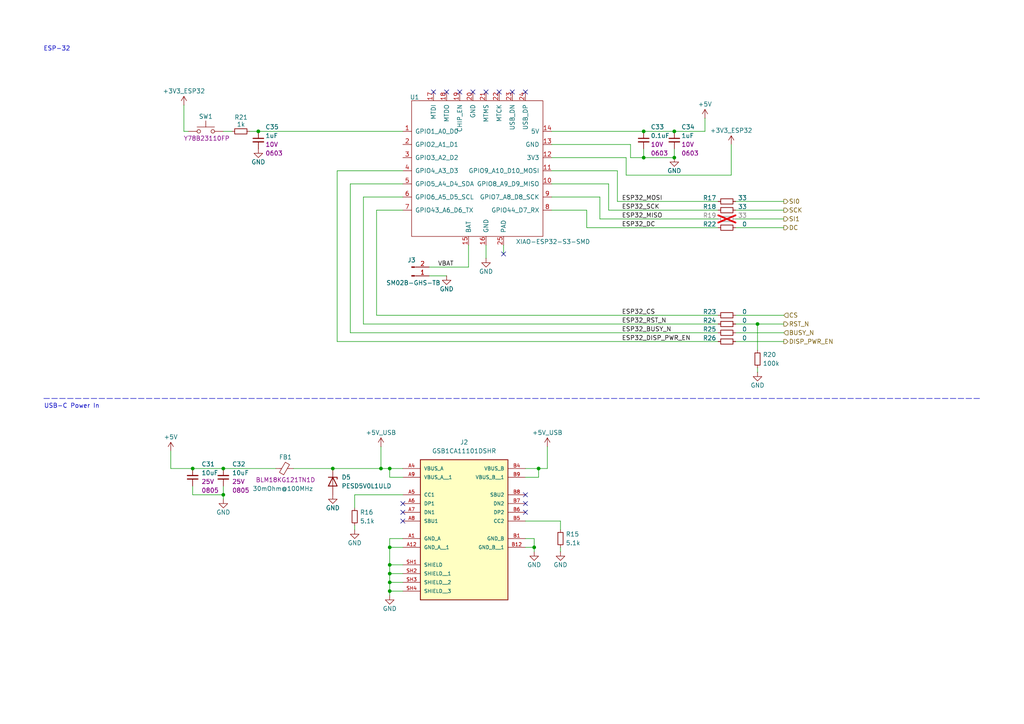
<source format=kicad_sch>
(kicad_sch (version 20250114) (generator "eeschema") (generator_version "9.0")
  (paper "A4")
  (title_block (title "Everframe Mainboard") (rev "0.0.1"))
  (lib_symbols
    (symbol "Connector:Conn_01x02_Pin" (pin_names (offset 1.016) (hide yes))
      (property "Reference" "J" (at 0 2.54 0))
      (property "Value" "Conn_01x02_Pin" (at 0 -5.08 0))
      (symbol "Conn_01x02_Pin_1_1"
        (rectangle (start 0.8636 0.127) (end 0 -0.127) (stroke (width 0.1524)) (fill (type outline)))
        (rectangle (start 0.8636 -2.413) (end 0 -2.667) (stroke (width 0.1524)) (fill (type outline)))
        (polyline (pts (xy 1.27 0) (xy 0.8636 0)) (stroke (width 0.1524)))
        (polyline (pts (xy 1.27 -2.54) (xy 0.8636 -2.54)) (stroke (width 0.1524)))
        (pin passive line (at 5.08 0 180) (length 3.81) (name "Pin_1") (number "1"))
        (pin passive line (at 5.08 -2.54 180) (length 3.81) (name "Pin_2") (number "2"))
      )
    )
    (symbol "Device:C_Small" (pin_numbers (hide yes)) (pin_names (offset 0.254) (hide yes))
      (property "Reference" "C" (at 0.254 1.778 0))
      (property "Value" "C_Small" (at 0.254 -2.032 0))
      (symbol "C_Small_0_1"
        (polyline (pts (xy -1.524 0.508) (xy 1.524 0.508)) (stroke (width 0.3048)))
        (polyline (pts (xy -1.524 -0.508) (xy 1.524 -0.508)) (stroke (width 0.3302)))
      )
      (symbol "C_Small_1_1"
        (pin passive line (at 0 2.54 270) (length 2.032) (name "~") (number "1"))
        (pin passive line (at 0 -2.54 90) (length 2.032) (name "~") (number "2"))
      )
    )
    (symbol "Device:FerriteBead_Small" (pin_numbers (hide yes)) (pin_names (offset 0))
      (property "Reference" "FB" (at 1.905 1.27 0))
      (property "Value" "FerriteBead_Small" (at 1.905 -1.27 0))
      (symbol "FerriteBead_Small_0_1"
        (polyline (pts (xy -1.8288 0.2794) (xy -1.1176 1.4986) (xy 1.8288 -0.2032) (xy 1.1176 -1.4224) (xy -1.8288 0.2794)))
        (polyline (pts (xy 0 0.889) (xy 0 1.2954)))
        (polyline (pts (xy 0 -1.27) (xy 0 -0.7874)))
      )
      (symbol "FerriteBead_Small_1_1"
        (pin passive line (at 0 2.54 270) (length 1.27) (name "~") (number "1"))
        (pin passive line (at 0 -2.54 90) (length 1.27) (name "~") (number "2"))
      )
    )
    (symbol "Device:R_Small" (pin_numbers (hide yes)) (pin_names (offset 0.254) (hide yes))
      (property "Reference" "R" (at 0 0 90))
      (property "Value" "R_Small" (at 1.778 0 90))
      (symbol "R_Small_0_1"
        (rectangle (start -0.762 1.778) (end 0.762 -1.778) (stroke (width 0.2032)))
      )
      (symbol "R_Small_1_1"
        (pin passive line (at 0 2.54 270) (length 0.762) (name "~") (number "1"))
        (pin passive line (at 0 -2.54 90) (length 0.762) (name "~") (number "2"))
      )
    )
    (symbol "Diode:PESD5V0L1ULD" (pin_numbers (hide yes)) (pin_names (hide yes))
      (property "Reference" "D" (at 0 2.54 0))
      (property "Value" "PESD5V0L1ULD" (at 0 -2.54 0))
      (symbol "PESD5V0L1ULD_0_1"
        (polyline (pts (xy -1.27 -1.27) (xy -1.27 1.27) (xy -0.762 1.27)) (stroke (width 0.254)))
        (polyline (pts (xy 1.27 0) (xy -1.27 0)))
        (polyline (pts (xy 1.27 -1.27) (xy 1.27 1.27) (xy -1.27 0) (xy 1.27 -1.27)) (stroke (width 0.254)))
      )
      (symbol "PESD5V0L1ULD_1_1"
        (pin passive line (at -3.81 0 0) (length 2.54) (name "K") (number "1"))
        (pin passive line (at 3.81 0 180) (length 2.54) (name "A") (number "2"))
      )
    )
    (symbol "Switch:SW_Push" (pin_numbers (hide yes)) (pin_names (offset 1.016) (hide yes))
      (property "Reference" "SW" (at 1.27 2.54 0))
      (property "Value" "SW_Push" (at 0 -1.524 0))
      (symbol "SW_Push_0_1"
        (circle (center -2.032 0) (radius 0.508))
        (polyline (pts (xy 0 1.27) (xy 0 3.048)))
        (circle (center 2.032 0) (radius 0.508))
        (polyline (pts (xy 2.54 1.27) (xy -2.54 1.27)))
        (pin passive line (at -5.08 0 0) (length 2.54) (name "1") (number "1"))
        (pin passive line (at 5.08 0 180) (length 2.54) (name "2") (number "2"))
      )
    )
    (symbol "everframe_library:GSB1CA11101DSHR" (pin_names (offset 1.016))
      (property "Reference" "J" (at -12.7 13.462 0))
      (property "Value" "GSB1CA11101DSHR" (at -12.7 -30.48 0))
      (symbol "GSB1CA11101DSHR_0_0"
        (rectangle (start -12.7 12.7) (end 12.7 -27.94) (stroke (width 0.254)) (fill (type background)))
        (pin power_in line (at -17.78 10.16 0) (length 5.08) (name "VBUS_A") (number "A4"))
        (pin power_in line (at -17.78 7.62 0) (length 5.08) (name "VBUS_A__1") (number "A9"))
        (pin bidirectional line (at -17.78 2.54 0) (length 5.08) (name "CC1") (number "A5"))
        (pin bidirectional line (at -17.78 0 0) (length 5.08) (name "DP1") (number "A6"))
        (pin bidirectional line (at -17.78 -2.54 0) (length 5.08) (name "DN1") (number "A7"))
        (pin bidirectional line (at -17.78 -5.08 0) (length 5.08) (name "SBU1") (number "A8"))
        (pin power_in line (at -17.78 -10.16 0) (length 5.08) (name "GND_A") (number "A1"))
        (pin power_in line (at -17.78 -12.7 0) (length 5.08) (name "GND_A__1") (number "A12"))
        (pin passive line (at -17.78 -17.78 0) (length 5.08) (name "SHIELD") (number "SH1"))
        (pin passive line (at -17.78 -20.32 0) (length 5.08) (name "SHIELD__1") (number "SH2"))
        (pin passive line (at -17.78 -22.86 0) (length 5.08) (name "SHIELD__2") (number "SH3"))
        (pin passive line (at -17.78 -25.4 0) (length 5.08) (name "SHIELD__3") (number "SH4"))
        (pin power_in line (at 17.78 10.16 180) (length 5.08) (name "VBUS_B") (number "B4"))
        (pin power_in line (at 17.78 7.62 180) (length 5.08) (name "VBUS_B__1") (number "B9"))
        (pin bidirectional line (at 17.78 2.54 180) (length 5.08) (name "SBU2") (number "B8"))
        (pin bidirectional line (at 17.78 0 180) (length 5.08) (name "DN2") (number "B7"))
        (pin bidirectional line (at 17.78 -2.54 180) (length 5.08) (name "DP2") (number "B6"))
        (pin bidirectional line (at 17.78 -5.08 180) (length 5.08) (name "CC2") (number "B5"))
        (pin power_in line (at 17.78 -10.16 180) (length 5.08) (name "GND_B") (number "B1"))
        (pin power_in line (at 17.78 -12.7 180) (length 5.08) (name "GND_B__1") (number "B12"))
      )
    )
    (symbol "power:+5V" (power) (pin_numbers (hide yes)) (pin_names (offset 0) (hide yes))
      (property "Value" "+5V" (at 0 3.556 0))
      (symbol "+5V_0_1"
        (polyline (pts (xy -0.762 1.27) (xy 0 2.54)))
        (polyline (pts (xy 0 2.54) (xy 0.762 1.27)))
        (polyline (pts (xy 0 0) (xy 0 2.54)))
      )
      (symbol "+5V_1_1"
        (pin power_in line (at 0 0 90) (length 0) (name "~") (number "1"))
      )
    )
    (symbol "power:GND" (power) (pin_numbers (hide yes)) (pin_names (offset 0) (hide yes))
      (property "Value" "GND" (at 0 -3.81 0))
      (symbol "GND_0_1"
        (polyline (pts (xy 0 0) (xy 0 -1.27) (xy 1.27 -1.27) (xy 0 -2.54) (xy -1.27 -1.27) (xy 0 -1.27)))
      )
      (symbol "GND_1_1"
        (pin power_in line (at 0 0 270) (length 0) (name "~") (number "1"))
      )
    )
    (symbol "xiao_seed:XIAO-ESP32-S3-SMD" (pin_names (offset 1.016))
      (property "Reference" "U" (at -18.542 23.114 0))
      (property "Value" "XIAO-ESP32-S3-SMD" (at -8.382 21.336 0))
      (symbol "XIAO-ESP32-S3-SMD_0_1"
        (rectangle (start 19.05 -19.05) (end -19.05 20.32))
      )
      (symbol "XIAO-ESP32-S3-SMD_1_1"
        (pin passive line (at -21.59 11.43 0) (length 2.54) (name "GPIO1_A0_D0") (number "1"))
        (pin passive line (at -21.59 7.62 0) (length 2.54) (name "GPIO2_A1_D1") (number "2"))
        (pin passive line (at -21.59 3.81 0) (length 2.54) (name "GPIO3_A2_D2") (number "3"))
        (pin passive line (at -21.59 0 0) (length 2.54) (name "GPIO4_A3_D3") (number "4"))
        (pin passive line (at -21.59 -3.81 0) (length 2.54) (name "GPIO5_A4_D4_SDA") (number "5"))
        (pin passive line (at -21.59 -7.62 0) (length 2.54) (name "GPIO6_A5_D5_SCL") (number "6"))
        (pin passive line (at -21.59 -11.43 0) (length 2.54) (name "GPIO43_A6_D6_TX") (number "7"))
        (pin passive line (at -12.7 22.86 270) (length 2.54) (name "MTDI") (number "17"))
        (pin passive line (at -8.89 22.86 270) (length 2.54) (name "MTDO") (number "18"))
        (pin passive line (at -5.08 22.86 270) (length 2.54) (name "CHIP_EN") (number "19"))
        (pin passive line (at -2.54 -21.59 90) (length 2.54) (name "BAT") (number "15"))
        (pin passive line (at -1.27 22.86 270) (length 2.54) (name "GND") (number "20"))
        (pin passive line (at 2.54 22.86 270) (length 2.54) (name "MTMS") (number "21"))
        (pin passive line (at 2.54 -21.59 90) (length 2.54) (name "GND") (number "16"))
        (pin passive line (at 6.35 22.86 270) (length 2.54) (name "MTCK") (number "22"))
        (pin passive line (at 7.62 -21.59 90) (length 2.54) (name "PAD") (number "25"))
        (pin passive line (at 10.16 22.86 270) (length 2.54) (name "USB_DN") (number "23"))
        (pin passive line (at 13.97 22.86 270) (length 2.54) (name "USB_DP") (number "24"))
        (pin passive line (at 21.59 11.43 180) (length 2.54) (name "5V") (number "14"))
        (pin passive line (at 21.59 7.62 180) (length 2.54) (name "GND") (number "13"))
        (pin passive line (at 21.59 3.81 180) (length 2.54) (name "3V3") (number "12"))
        (pin passive line (at 21.59 0 180) (length 2.54) (name "GPIO9_A10_D10_MOSI") (number "11"))
        (pin passive line (at 21.59 -3.81 180) (length 2.54) (name "GPIO8_A9_D9_MISO") (number "10"))
        (pin passive line (at 21.59 -7.62 180) (length 2.54) (name "GPIO7_A8_D8_SCK") (number "9"))
        (pin passive line (at 21.59 -11.43 180) (length 2.54) (name "GPIO44_D7_RX") (number "8"))
      )
    )
  )
  (text "USB-C Power In" (at 20.828 117.856 0) (effects (font (size 1.27 1.27))))
  (text "ESP-32" (at 16.51 14.224 0) (effects (font (size 1.27 1.27))))
  (junction (at 74.93 38.1))
  (junction (at 113.03 166.37))
  (junction (at 113.03 158.75))
  (junction (at 154.94 158.75))
  (junction (at 186.69 45.72))
  (junction (at 219.71 93.98))
  (junction (at 195.58 38.1))
  (junction (at 64.77 135.89))
  (junction (at 195.58 45.72))
  (junction (at 113.03 135.89))
  (junction (at 55.88 135.89))
  (junction (at 96.52 135.89))
  (junction (at 113.03 168.91))
  (junction (at 110.49 135.89))
  (junction (at 113.03 163.83))
  (junction (at 113.03 171.45))
  (junction (at 64.77 143.51))
  (junction (at 156.21 135.89))
  (junction (at 186.69 38.1))
  (no_connect (at 116.84 148.59))
  (no_connect (at 144.78 26.67))
  (no_connect (at 152.4 146.05))
  (no_connect (at 146.05 73.66))
  (no_connect (at 152.4 26.67))
  (no_connect (at 129.54 26.67))
  (no_connect (at 133.35 26.67))
  (no_connect (at 140.97 26.67))
  (no_connect (at 152.4 143.51))
  (no_connect (at 148.59 26.67))
  (no_connect (at 137.16 26.67))
  (no_connect (at 116.84 151.13))
  (no_connect (at 125.73 26.67))
  (no_connect (at 116.84 146.05))
  (no_connect (at 152.4 148.59))
  (wire (pts (xy 156.21 138.43) (xy 156.21 135.89)))
  (wire (pts (xy 113.03 158.75) (xy 113.03 163.83)))
  (wire (pts (xy 110.49 129.54) (xy 110.49 135.89)))
  (wire (pts (xy 101.6 53.34) (xy 101.6 96.52)))
  (wire (pts (xy 219.71 93.98) (xy 227.33 93.98)))
  (wire (pts (xy 160.02 53.34) (xy 176.53 53.34)))
  (wire (pts (xy 162.56 151.13) (xy 162.56 153.67)))
  (wire (pts (xy 102.87 152.4) (xy 102.87 153.67)))
  (wire (pts (xy 181.61 45.72) (xy 181.61 50.8)))
  (wire (pts (xy 124.46 77.47) (xy 135.89 77.47)))
  (wire (pts (xy 85.09 135.89) (xy 96.52 135.89)))
  (wire (pts (xy 55.88 135.89) (xy 64.77 135.89)))
  (wire (pts (xy 72.39 38.1) (xy 74.93 38.1)))
  (wire (pts (xy 113.03 166.37) (xy 116.84 166.37)))
  (wire (pts (xy 113.03 168.91) (xy 113.03 171.45)))
  (wire (pts (xy 96.52 135.89) (xy 110.49 135.89)))
  (wire (pts (xy 176.53 60.96) (xy 208.28 60.96)))
  (wire (pts (xy 213.36 66.04) (xy 227.33 66.04)))
  (wire (pts (xy 160.02 45.72) (xy 181.61 45.72)))
  (wire (pts (xy 146.05 71.12) (xy 146.05 73.66)))
  (wire (pts (xy 162.56 158.75) (xy 162.56 160.02)))
  (wire (pts (xy 113.03 168.91) (xy 116.84 168.91)))
  (wire (pts (xy 181.61 50.8) (xy 212.09 50.8)))
  (wire (pts (xy 213.36 91.44) (xy 227.33 91.44)))
  (wire (pts (xy 179.07 58.42) (xy 208.28 58.42)))
  (wire (pts (xy 113.03 171.45) (xy 113.03 172.72)))
  (wire (pts (xy 179.07 49.53) (xy 179.07 58.42)))
  (wire (pts (xy 53.34 30.48) (xy 53.34 38.1)))
  (wire (pts (xy 116.84 135.89) (xy 113.03 135.89)))
  (wire (pts (xy 154.94 158.75) (xy 154.94 160.02)))
  (wire (pts (xy 152.4 135.89) (xy 156.21 135.89)))
  (wire (pts (xy 173.99 63.5) (xy 208.28 63.5)))
  (wire (pts (xy 64.77 140.97) (xy 64.77 143.51)))
  (wire (pts (xy 113.03 158.75) (xy 116.84 158.75)))
  (wire (pts (xy 173.99 57.15) (xy 173.99 63.5)))
  (wire (pts (xy 176.53 53.34) (xy 176.53 60.96)))
  (wire (pts (xy 113.03 163.83) (xy 116.84 163.83)))
  (wire (pts (xy 219.71 106.68) (xy 219.71 107.95)))
  (wire (pts (xy 158.75 129.54) (xy 158.75 135.89)))
  (wire (pts (xy 154.94 156.21) (xy 154.94 158.75)))
  (wire (pts (xy 186.69 43.18) (xy 186.69 45.72)))
  (wire (pts (xy 186.69 45.72) (xy 195.58 45.72)))
  (wire (pts (xy 110.49 135.89) (xy 113.03 135.89)))
  (wire (pts (xy 97.79 49.53) (xy 97.79 99.06)))
  (wire (pts (xy 116.84 60.96) (xy 109.22 60.96)))
  (wire (pts (xy 156.21 135.89) (xy 158.75 135.89)))
  (wire (pts (xy 116.84 49.53) (xy 97.79 49.53)))
  (wire (pts (xy 160.02 57.15) (xy 173.99 57.15)))
  (polyline (pts (xy 12.7 115.57) (xy 284.48 115.57)) (stroke (width 0) (type dash)))
  (wire (pts (xy 135.89 71.12) (xy 135.89 77.47)))
  (wire (pts (xy 64.77 143.51) (xy 55.88 143.51)))
  (wire (pts (xy 109.22 60.96) (xy 109.22 91.44)))
  (wire (pts (xy 152.4 138.43) (xy 156.21 138.43)))
  (wire (pts (xy 152.4 151.13) (xy 162.56 151.13)))
  (wire (pts (xy 154.94 158.75) (xy 152.4 158.75)))
  (wire (pts (xy 204.47 34.29) (xy 204.47 38.1)))
  (wire (pts (xy 160.02 49.53) (xy 179.07 49.53)))
  (wire (pts (xy 113.03 138.43) (xy 113.03 135.89)))
  (wire (pts (xy 55.88 143.51) (xy 55.88 140.97)))
  (wire (pts (xy 219.71 93.98) (xy 219.71 101.6)))
  (wire (pts (xy 160.02 41.91) (xy 182.88 41.91)))
  (wire (pts (xy 64.77 135.89) (xy 80.01 135.89)))
  (wire (pts (xy 116.84 156.21) (xy 113.03 156.21)))
  (wire (pts (xy 140.97 71.12) (xy 140.97 74.93)))
  (wire (pts (xy 124.46 80.01) (xy 129.54 80.01)))
  (wire (pts (xy 101.6 96.52) (xy 208.28 96.52)))
  (wire (pts (xy 109.22 91.44) (xy 208.28 91.44)))
  (wire (pts (xy 213.36 96.52) (xy 227.33 96.52)))
  (wire (pts (xy 212.09 41.91) (xy 212.09 50.8)))
  (wire (pts (xy 116.84 53.34) (xy 101.6 53.34)))
  (wire (pts (xy 182.88 41.91) (xy 182.88 45.72)))
  (wire (pts (xy 170.18 60.96) (xy 170.18 66.04)))
  (wire (pts (xy 113.03 171.45) (xy 116.84 171.45)))
  (wire (pts (xy 213.36 99.06) (xy 227.33 99.06)))
  (wire (pts (xy 64.77 143.51) (xy 64.77 144.78)))
  (wire (pts (xy 186.69 38.1) (xy 195.58 38.1)))
  (wire (pts (xy 195.58 45.72) (xy 195.58 43.18)))
  (wire (pts (xy 113.03 166.37) (xy 113.03 168.91)))
  (wire (pts (xy 102.87 143.51) (xy 102.87 147.32)))
  (wire (pts (xy 105.41 93.98) (xy 208.28 93.98)))
  (wire (pts (xy 160.02 38.1) (xy 186.69 38.1)))
  (wire (pts (xy 116.84 143.51) (xy 102.87 143.51)))
  (wire (pts (xy 105.41 57.15) (xy 105.41 93.98)))
  (wire (pts (xy 170.18 66.04) (xy 208.28 66.04)))
  (wire (pts (xy 116.84 57.15) (xy 105.41 57.15)))
  (wire (pts (xy 182.88 45.72) (xy 186.69 45.72)))
  (wire (pts (xy 213.36 60.96) (xy 227.33 60.96)))
  (wire (pts (xy 74.93 38.1) (xy 116.84 38.1)))
  (wire (pts (xy 49.53 135.89) (xy 55.88 135.89)))
  (wire (pts (xy 160.02 60.96) (xy 170.18 60.96)))
  (wire (pts (xy 213.36 63.5) (xy 227.33 63.5)))
  (wire (pts (xy 54.61 38.1) (xy 53.34 38.1)))
  (wire (pts (xy 113.03 156.21) (xy 113.03 158.75)))
  (wire (pts (xy 97.79 99.06) (xy 208.28 99.06)))
  (wire (pts (xy 152.4 156.21) (xy 154.94 156.21)))
  (wire (pts (xy 213.36 58.42) (xy 227.33 58.42)))
  (wire (pts (xy 49.53 130.81) (xy 49.53 135.89)))
  (wire (pts (xy 113.03 163.83) (xy 113.03 166.37)))
  (wire (pts (xy 116.84 138.43) (xy 113.03 138.43)))
  (wire (pts (xy 195.58 38.1) (xy 204.47 38.1)))
  (wire (pts (xy 64.77 38.1) (xy 67.31 38.1)))
  (wire (pts (xy 213.36 93.98) (xy 219.71 93.98)))
  (label "ESP32_BUSY_N" (at 180.34 96.52 0))
  (label "ESP32_MISO" (at 180.34 63.5 0))
  (label "ESP32_MOSI" (at 180.34 58.42 0))
  (label "ESP32_DC" (at 180.34 66.04 0))
  (label "ESP32_CS" (at 180.34 91.44 0))
  (label "VBAT" (at 127 77.47 0))
  (label "ESP32_DISP_PWR_EN" (at 180.34 99.06 0))
  (label "ESP32_SCK" (at 180.34 60.96 0))
  (label "ESP32_RST_N" (at 180.34 93.98 0))
  (hierarchical_label "DC" (shape output) (at 227.33 66.04 0))
  (hierarchical_label "CS" (shape input) (at 227.33 91.44 0))
  (hierarchical_label "RST_N" (shape output) (at 227.33 93.98 0))
  (hierarchical_label "SCK" (shape output) (at 227.33 60.96 0))
  (hierarchical_label "SI0" (shape output) (at 227.33 58.42 0))
  (hierarchical_label "DISP_PWR_EN" (shape output) (at 227.33 99.06 0))
  (hierarchical_label "BUSY_N" (shape input) (at 227.33 96.52 0))
  (hierarchical_label "SI1" (shape output) (at 227.33 63.5 0))
  (symbol (lib_id "power:GND") (at 64.77 144.78 0) (unit 1)
    (property "Reference" "#PWR039" (effects (hide yes)))
    (property "Value" "GND" (at 64.77 148.59 0))
    (property "Description" "Power symbol creates a global label with name \"GND\" , ground" (effects (hide yes)))
  )
  (symbol (lib_id "Device:R_Small") (at 102.87 149.86 0) (unit 1)
    (property "Reference" "R16" (at 104.394 148.59 0) (effects (justify left)))
    (property "Value" "5.1k" (at 104.394 151.13 0) (effects (justify left)))
    (property "Footprint" "Resistor_SMD:R_0603_1608Metric" (effects (hide yes)))
    (property "Description" "Resistor, small symbol" (effects (hide yes)))
  )
  (symbol (lib_id "Device:R_Small") (at 69.85 38.1 90) (unit 1)
    (property "Reference" "R21" (at 71.882 34.036 90) (effects (justify left)))
    (property "Value" "1k" (at 71.12 36.068 90) (effects (justify left)))
    (property "Footprint" "Resistor_SMD:R_0603_1608Metric" (effects (hide yes)))
    (property "Description" "Resistor, small symbol" (effects (hide yes)))
  )
  (symbol (lib_id "Device:C_Small") (at 55.88 138.43 180) (unit 1)
    (property "Reference" "C31" (at 58.42 134.6135 0) (effects (justify right)))
    (property "Value" "10uF" (at 58.42 137.1535 0) (effects (justify right)))
    (property "Footprint" "Capacitor_SMD:C_0805_2012Metric" (effects (hide yes)))
    (property "Description" "Unpolarized capacitor, small symbol" (effects (hide yes)))
    (property "Voltage" "25V" (at 58.42 139.6935 0) (effects (justify right)))
    (property "Size" "0805" (at 58.42 142.2335 0) (effects (justify right)))
  )
  (symbol (lib_id "Device:R_Small") (at 210.82 93.98 90) (unit 1)
    (property "Reference" "R24" (at 207.772 92.964 90) (effects (justify left)))
    (property "Value" "0" (at 216.662 92.964 90) (effects (justify left)))
    (property "Footprint" "Resistor_SMD:R_0603_1608Metric" (effects (hide yes)))
    (property "Description" "Resistor, small symbol" (effects (hide yes)))
  )
  (symbol (lib_id "power:GND") (at 129.54 80.01 0) (unit 1)
    (property "Reference" "#PWR048" (effects (hide yes)))
    (property "Value" "GND" (at 129.54 83.82 0))
    (property "Description" "Power symbol creates a global label with name \"GND\" , ground" (effects (hide yes)))
  )
  (symbol (lib_id "power:+5V") (at 110.49 129.54 0) (unit 1)
    (property "Reference" "#PWR036" (effects (hide yes)))
    (property "Value" "+5V_USB" (at 110.49 125.476 0))
    (property "Description" "Power symbol creates a global label with name \"+5V\"" (effects (hide yes)))
  )
  (symbol (lib_id "power:+5V") (at 204.47 34.29 0) (unit 1)
    (property "Reference" "#PWR042" (effects (hide yes)))
    (property "Value" "+5V" (at 204.47 30.226 0))
    (property "Description" "Power symbol creates a global label with name \"+5V\"" (effects (hide yes)))
  )
  (symbol (lib_id "Device:R_Small") (at 162.56 156.21 0) (unit 1)
    (property "Reference" "R15" (at 164.084 154.94 0) (effects (justify left)))
    (property "Value" "5.1k" (at 164.084 157.48 0) (effects (justify left)))
    (property "Footprint" "Resistor_SMD:R_0603_1608Metric" (effects (hide yes)))
    (property "Description" "Resistor, small symbol" (effects (hide yes)))
  )
  (symbol (lib_id "everframe_library:GSB1CA11101DSHR") (at 134.62 146.05 0) (unit 1)
    (property "Reference" "J2" (at 134.62 128.27 0))
    (property "Value" "GSB1CA11101DSHR" (at 134.62 130.81 0))
    (property "Footprint" "everframe_library.footprints:AMPHENOL_GSB1CA11101DSHR" (effects (hide yes)))
    (property "PARTREV" "AX1" (effects (hide yes)))
    (property "STANDARD" "Manufacturer Recommendations" (effects (hide yes)))
    (property "MAXIMUM_PACKAGE_HEIGHT" "6.4mm" (effects (hide yes)))
    (property "MANUFACTURER" "Amphenol" (effects (hide yes)))
  )
  (symbol (lib_id "power:+5V") (at 49.53 130.81 0) (unit 1)
    (property "Reference" "#PWR038" (effects (hide yes)))
    (property "Value" "+5V" (at 49.53 126.746 0))
    (property "Description" "Power symbol creates a global label with name \"+5V\"" (effects (hide yes)))
  )
  (symbol (lib_id "Connector:Conn_01x02_Pin") (at 119.38 80.01 0) (mirror x) (unit 1)
    (property "Reference" "J3" (at 119.38 75.438 0))
    (property "Value" "SM02B-GHS-TB" (at 119.888 82.042 0))
    (property "Footprint" "Connector_JST:JST_GH_SM02B-GHS-TB_1x02-1MP_P1.25mm_Horizontal" (effects (hide yes)))
    (property "Description" "Generic connector, single row, 01x02, script generated" (effects (hide yes)))
  )
  (symbol (lib_id "power:GND") (at 113.03 172.72 0) (unit 1)
    (property "Reference" "#PWR033" (effects (hide yes)))
    (property "Value" "GND" (at 113.03 176.53 0))
    (property "Description" "Power symbol creates a global label with name \"GND\" , ground" (effects (hide yes)))
  )
  (symbol (lib_id "Device:R_Small") (at 219.71 104.14 0) (unit 1)
    (property "Reference" "R20" (at 221.234 102.87 0) (effects (justify left)))
    (property "Value" "100k" (at 221.234 105.41 0) (effects (justify left)))
    (property "Footprint" "Resistor_SMD:R_0603_1608Metric" (effects (hide yes)))
    (property "Description" "Resistor, small symbol" (effects (hide yes)))
  )
  (symbol (lib_id "power:GND") (at 162.56 160.02 0) (unit 1)
    (property "Reference" "#PWR034" (effects (hide yes)))
    (property "Value" "GND" (at 162.56 163.83 0))
    (property "Description" "Power symbol creates a global label with name \"GND\" , ground" (effects (hide yes)))
  )
  (symbol (lib_id "Device:C_Small") (at 195.58 40.64 0) (unit 1)
    (property "Reference" "C34" (at 197.612 36.83 0) (effects (justify left)))
    (property "Value" "1uF" (at 197.612 39.37 0) (effects (justify left)))
    (property "Footprint" "Capacitor_SMD:C_0603_1608Metric" (effects (hide yes)))
    (property "Description" "Unpolarized capacitor, small symbol" (effects (hide yes)))
    (property "Voltage" "10V" (at 197.612 41.91 0) (effects (justify left)))
    (property "Size" "0603" (at 197.612 44.45 0) (effects (justify left)))
  )
  (symbol (lib_id "Device:R_Small") (at 210.82 96.52 90) (unit 1)
    (property "Reference" "R25" (at 207.772 95.504 90) (effects (justify left)))
    (property "Value" "0" (at 216.662 95.504 90) (effects (justify left)))
    (property "Footprint" "Resistor_SMD:R_0603_1608Metric" (effects (hide yes)))
    (property "Description" "Resistor, small symbol" (effects (hide yes)))
  )
  (symbol (lib_id "power:+5V") (at 212.09 41.91 0) (unit 1)
    (property "Reference" "#PWR045" (effects (hide yes)))
    (property "Value" "+3V3_ESP32" (at 212.09 37.846 0))
    (property "Description" "Power symbol creates a global label with name \"+5V\"" (effects (hide yes)))
  )
  (symbol (lib_id "power:GND") (at 195.58 45.72 0) (unit 1)
    (property "Reference" "#PWR041" (effects (hide yes)))
    (property "Value" "GND" (at 195.58 49.53 0))
    (property "Description" "Power symbol creates a global label with name \"GND\" , ground" (effects (hide yes)))
  )
  (symbol (lib_id "Device:R_Small") (at 210.82 66.04 90) (unit 1)
    (property "Reference" "R22" (at 207.772 65.024 90) (effects (justify left)))
    (property "Value" "0" (at 216.662 65.024 90) (effects (justify left)))
    (property "Footprint" "Resistor_SMD:R_0603_1608Metric" (effects (hide yes)))
    (property "Description" "Resistor, small symbol" (effects (hide yes)))
  )
  (symbol (lib_id "Device:C_Small") (at 64.77 138.43 180) (unit 1)
    (property "Reference" "C32" (at 67.31 134.6135 0) (effects (justify right)))
    (property "Value" "10uF" (at 67.31 137.1535 0) (effects (justify right)))
    (property "Footprint" "Capacitor_SMD:C_0805_2012Metric" (effects (hide yes)))
    (property "Description" "Unpolarized capacitor, small symbol" (effects (hide yes)))
    (property "Voltage" "25V" (at 67.31 139.6935 0) (effects (justify right)))
    (property "Size" "0805" (at 67.31 142.2335 0) (effects (justify right)))
  )
  (symbol (lib_id "Device:C_Small") (at 186.69 40.64 0) (unit 1)
    (property "Reference" "C33" (at 188.722 36.83 0) (effects (justify left)))
    (property "Value" "0.1uF" (at 188.722 39.37 0) (effects (justify left)))
    (property "Footprint" "Capacitor_SMD:C_0603_1608Metric" (effects (hide yes)))
    (property "Description" "Unpolarized capacitor, small symbol" (effects (hide yes)))
    (property "Voltage" "10V" (at 188.722 41.91 0) (effects (justify left)))
    (property "Size" "0603" (at 188.722 44.45 0) (effects (justify left)))
  )
  (symbol (lib_id "Diode:PESD5V0L1ULD") (at 96.52 139.7 270) (unit 1)
    (property "Reference" "D5" (at 99.06 138.4299 90) (effects (justify left)))
    (property "Value" "PESD5V0L1ULD" (at 99.06 140.9699 90) (effects (justify left)))
    (property "Footprint" "Diode_SMD:D_SOD-882D" (effects (hide yes)))
    (property "Datasheet" "\"https://assets.nexperia.com/documents/data-sheet/PESD5V0L1ULD.pdf" (effects (hide yes)))
    (property "Description" "Low capacitance unidirectional ESD protection diode, 5V, SOD-882D" (effects (hide yes)))
  )
  (symbol (lib_id "Device:C_Small") (at 74.93 40.64 0) (unit 1)
    (property "Reference" "C35" (at 76.962 36.83 0) (effects (justify left)))
    (property "Value" "1uF" (at 76.962 39.37 0) (effects (justify left)))
    (property "Footprint" "Capacitor_SMD:C_0603_1608Metric" (effects (hide yes)))
    (property "Description" "Unpolarized capacitor, small symbol" (effects (hide yes)))
    (property "Voltage" "10V" (at 76.962 41.91 0) (effects (justify left)))
    (property "Size" "0603" (at 76.962 44.45 0) (effects (justify left)))
  )
  (symbol (lib_id "xiao_seed:XIAO-ESP32-S3-SMD") (at 138.43 49.53 0) (unit 1)
    (property "Reference" "U1" (at 118.872 28.194 0) (effects (justify left)))
    (property "Value" "XIAO-ESP32-S3-SMD" (at 149.606 70.104 0) (effects (justify left)))
    (property "Footprint" "seed_studio:XIAO-ESP32S3-SMD" (effects (hide yes)))
  )
  (symbol (lib_id "power:GND") (at 96.52 143.51 0) (unit 1)
    (property "Reference" "#PWR040" (effects (hide yes)))
    (property "Value" "GND" (at 96.52 147.32 0))
    (property "Description" "Power symbol creates a global label with name \"GND\" , ground" (effects (hide yes)))
  )
  (symbol (lib_id "Device:R_Small") (at 210.82 91.44 90) (unit 1)
    (property "Reference" "R23" (at 207.772 90.424 90) (effects (justify left)))
    (property "Value" "0" (at 216.662 90.424 90) (effects (justify left)))
    (property "Footprint" "Resistor_SMD:R_0603_1608Metric" (effects (hide yes)))
    (property "Description" "Resistor, small symbol" (effects (hide yes)))
  )
  (symbol (lib_id "Device:R_Small") (at 210.82 58.42 90) (unit 1)
    (property "Reference" "R17" (at 207.772 57.404 90) (effects (justify left)))
    (property "Value" "33" (at 216.662 57.404 90) (effects (justify left)))
    (property "Footprint" "Resistor_SMD:R_0603_1608Metric" (effects (hide yes)))
    (property "Description" "Resistor, small symbol" (effects (hide yes)))
  )
  (symbol (lib_id "Device:R_Small") (at 210.82 99.06 90) (unit 1)
    (property "Reference" "R26" (at 207.772 98.044 90) (effects (justify left)))
    (property "Value" "0" (at 216.662 98.044 90) (effects (justify left)))
    (property "Footprint" "Resistor_SMD:R_0603_1608Metric" (effects (hide yes)))
    (property "Description" "Resistor, small symbol" (effects (hide yes)))
  )
  (symbol (lib_id "power:GND") (at 154.94 160.02 0) (unit 1)
    (property "Reference" "#PWR032" (effects (hide yes)))
    (property "Value" "GND" (at 154.94 163.83 0))
    (property "Description" "Power symbol creates a global label with name \"GND\" , ground" (effects (hide yes)))
  )
  (symbol (lib_id "power:GND") (at 140.97 74.93 0) (unit 1)
    (property "Reference" "#PWR047" (effects (hide yes)))
    (property "Value" "GND" (at 140.97 78.74 0))
    (property "Description" "Power symbol creates a global label with name \"GND\" , ground" (effects (hide yes)))
  )
  (symbol (lib_id "power:GND") (at 74.93 43.18 0) (unit 1)
    (property "Reference" "#PWR044" (effects (hide yes)))
    (property "Value" "GND" (at 74.93 46.99 0))
    (property "Description" "Power symbol creates a global label with name \"GND\" , ground" (effects (hide yes)))
  )
  (symbol (lib_id "power:GND") (at 102.87 153.67 0) (unit 1)
    (property "Reference" "#PWR035" (effects (hide yes)))
    (property "Value" "GND" (at 102.87 157.48 0))
    (property "Description" "Power symbol creates a global label with name \"GND\" , ground" (effects (hide yes)))
  )
  (symbol (lib_id "power:+5V") (at 158.75 129.54 0) (unit 1)
    (property "Reference" "#PWR037" (effects (hide yes)))
    (property "Value" "+5V_USB" (at 158.75 125.476 0))
    (property "Description" "Power symbol creates a global label with name \"+5V\"" (effects (hide yes)))
  )
  (symbol (lib_id "Switch:SW_Push") (at 59.69 38.1 0) (unit 1)
    (property "Reference" "SW1" (at 59.69 33.782 0))
    (property "Value" "SW_Push" (effects (hide yes)))
    (property "Footprint" "Button_Switch_SMD:SW_Push_1P1T_NO_CK_KMR2" (effects (hide yes)))
    (property "Description" "Push button switch, generic, two pins" (effects (hide yes)))
    (property "Part Number" "Y78B23110FP" (at 59.944 40.132 0))
  )
  (symbol (lib_id "Device:FerriteBead_Small") (at 82.55 135.89 90) (unit 1)
    (property "Reference" "FB1" (at 82.804 132.588 90))
    (property "Value" "30mOhm@100MHz" (at 82.042 141.732 90))
    (property "Footprint" "Inductor_SMD:L_0603_1608Metric" (effects (hide yes)))
    (property "Description" "Ferrite bead, small symbol" (effects (hide yes)))
    (property "Part Number" "BLM18KG121TN1D" (at 82.804 139.192 90))
  )
  (symbol (lib_id "power:GND") (at 219.71 107.95 0) (unit 1)
    (property "Reference" "#PWR043" (effects (hide yes)))
    (property "Value" "GND" (at 219.71 111.76 0))
    (property "Description" "Power symbol creates a global label with name \"GND\" , ground" (effects (hide yes)))
  )
  (symbol (lib_id "Device:R_Small") (at 210.82 60.96 90) (unit 1)
    (property "Reference" "R18" (at 207.772 59.944 90) (effects (justify left)))
    (property "Value" "33" (at 216.662 59.944 90) (effects (justify left)))
    (property "Footprint" "Resistor_SMD:R_0603_1608Metric" (effects (hide yes)))
    (property "Description" "Resistor, small symbol" (effects (hide yes)))
  )
  (symbol (lib_id "Device:R_Small") (at 210.82 63.5 90) (unit 1) (dnp yes)
    (property "Reference" "R19" (at 207.772 62.484 90) (effects (justify left)))
    (property "Value" "33" (at 216.662 62.484 90) (effects (justify left)))
    (property "Footprint" "Resistor_SMD:R_0603_1608Metric" (effects (hide yes)))
    (property "Description" "Resistor, small symbol" (effects (hide yes)))
  )
  (symbol (lib_id "power:+5V") (at 53.34 30.48 0) (unit 1)
    (property "Reference" "#PWR046" (effects (hide yes)))
    (property "Value" "+3V3_ESP32" (at 53.34 26.416 0))
    (property "Description" "Power symbol creates a global label with name \"+5V\"" (effects (hide yes)))
  )
)
</source>
